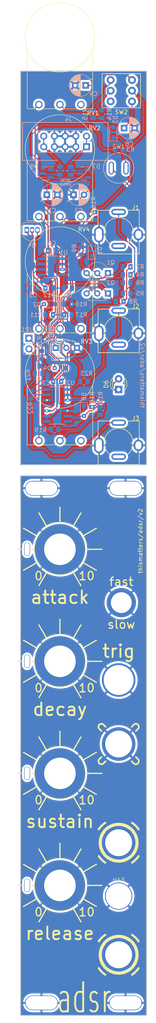
<source format=kicad_pcb>
(kicad_pcb (version 20221018) (generator pcbnew)
  (layers (0 "F.Cu" signal) (31 "B.Cu" signal) (34 "B.Paste" user) (35 "F.Paste" user) (36 "B.SilkS" user "B.Silkscreen") (37 "F.SilkS" user "F.Silkscreen") (38 "B.Mask" user) (39 "F.Mask" user) (44 "Edge.Cuts" user))
  (net 0 "")
  (net 1 "+12V")
  (net 2 "GND")
  (net 3 "-12V")
  (net 4 "Net-(D2-K)")
  (net 5 "Net-(Q3-B)")
  (net 6 "Net-(SW2B-C)")
  (net 7 "Net-(U1-CV)")
  (net 8 "Net-(SW2B-A)")
  (net 9 "Net-(D1-K)")
  (net 10 "Net-(D2-A)")
  (net 11 "Net-(D3-K)")
  (net 12 "Net-(D3-A)")
  (net 13 "Net-(D4-K)")
  (net 14 "Net-(D4-A)")
  (net 15 "Net-(D5-K)")
  (net 16 "Net-(D5-A)")
  (net 17 "Net-(D7-COM)")
  (net 18 "Net-(D8-COM)")
  (net 19 "/FACE")
  (net 20 "Net-(J1-PadT)")
  (net 22 "/OUT")
  (net 24 "/INV")
  (net 26 "Net-(JP1-A)")
  (net 27 "Net-(JP1-B)")
  (net 28 "Net-(Q1-C)")
  (net 29 "Net-(Q1-E)")
  (net 30 "Net-(Q3-C)")
  (net 31 "Net-(Q4-G)")
  (net 32 "Net-(Q4-S)")
  (net 33 "Net-(R3-Pad1)")
  (net 34 "Net-(R4-Pad1)")
  (net 35 "/RELEASE")
  (net 36 "Net-(SW2A-B)")
  (net 37 "/ATTACK")
  (net 38 "/DECAY")
  (net 39 "Net-(R17-Pad2)")
  (net 40 "Net-(U1-THR)")
  (net 41 "Net-(R21-Pad1)")
  (net 42 "Net-(U1-Q)")
  (net 46 "/SUSTAIN")
  (net 48 "Net-(Q4-D)")
  (net 49 "Net-(J4-Pin_1)")
  (net 50 "Net-(J4-Pin_10)")
  (footprint "Eurorack:Mech-MountingHole" (layer "F.Cu") (at 28.1 255.04)
    (fp_text reference "H4")
    (fp_text value "MountingHole")
  )
  (footprint "Eurorack:Mech-AudioJack-Hole-Output-CV" (layer "F.Cu") (at 46.455 243.59)
    (fp_text reference "H12")
    (fp_text value "inv" hide)
  )
  (footprint "Eurorack:Mech-Potentiometer-Hole_level" (layer "F.Cu") (at 32.485 227.08)
    (fp_text reference "H8")
    (fp_text value "release")
  )
  (footprint "Eurorack:Mech-MountingHole" (layer "F.Cu") (at 48.1 255.04)
    (fp_text reference "H3")
    (fp_text value "MountingHole")
  )
  (footprint "Eurorack:Potentiometer_RV16AF-41-15R1" (layer "F.Cu") (at 32.485 105.22)
    (fp_text reference "RV3")
    (fp_text value "A1M")
  )
  (footprint "Eurorack:PushButton_Tayda_A-5051" (layer "F.Cu") (at 46.455 56.325)
    (fp_text reference "SW1")
    (fp_text value "SW_Push")
  )
  (footprint "Eurorack:Mech-AudioJack-Hole-Output-CV" (layer "F.Cu") (at 46.455 216.92)
    (fp_text reference "H11")
    (fp_text value "out" hide)
  )
  (footprint "Eurorack:Mech-LED-Hole-3mm-Bezel" (layer "F.Cu") (at 46.455 229.62)
    (fp_text reference "H13")
    (fp_text value "led")
  )
  (footprint "Eurorack:Mech-2M_Switch-Hole" (layer "F.Cu") (at 47.09 159.77)
    (fp_text reference "H14" hide)
    (fp_text value "speed")
  )
  (footprint "Eurorack:Switch_DPDT_Tayda_A-5752" (layer "F.Cu") (at 47.09 37.91 180)
    (fp_text reference "SW2")
    (fp_text value "SW_DPDT_x2")
  )
  (footprint "Eurorack:Mech-Potentiometer-Hole_level" (layer "F.Cu") (at 32.485 147.07)
    (fp_text reference "H5")
    (fp_text value "attack")
  )
  (footprint "Eurorack:Mech-Potentiometer-Hole_level" (layer "F.Cu") (at 32.485 200.41)
    (fp_text reference "H7")
    (fp_text value "sustain")
  )
  (footprint "Eurorack:Potentiometer_RV16AF-41-15R1" (layer "F.Cu") (at 32.485 25.21)
    (fp_text reference "RV1")
    (fp_text value "A1M")
  )
  (footprint "Eurorack:Mech-MountingHole" (layer "F.Cu") (at 48.1 132.54)
    (fp_text reference "H1")
    (fp_text value "MountingHole")
  )
  (footprint "Eurorack:Mech-MountingHole" (layer "F.Cu") (at 28.1 132.54)
    (fp_text reference "H2")
    (fp_text value "MountingHole")
  )
  (footprint "Eurorack:Mech-PushButton-Hole_Tayda_A-5051" (layer "F.Cu") (at 46.455 178.185)
    (fp_text reference "H10")
    (fp_text value "trig")
  )
  (footprint "Eurorack:AudioJack2_Tayda_A-2566" (layer "F.Cu") (at 46.455 95.06)
    (fp_text reference "J2")
    (fp_text value "AudioJack2_SwitchT")
  )
  (footprint "LED_THT:LED_D3.0mm" (layer "F.Cu") (at 46.455 109.035 90)
    (fp_text reference "D6")
    (fp_text value "LED")
  )
  (footprint "Eurorack:Mech-Potentiometer-Hole_level" (layer "F.Cu") (at 32.485 173.74)
    (fp_text reference "H6")
    (fp_text value "decay")
  )
  (footprint "Eurorack:Mech-AudioJack-Hole-Input-Gate" (layer "F.Cu") (at 46.455 193.425)
    (fp_text reference "H9")
    (fp_text value "gate" hide)
  )
  (footprint "Eurorack:Potentiometer_RV16AF-41-15R1" (layer "F.Cu") (at 32.485 78.55)
    (fp_text reference "RV4")
    (fp_text value "B10K")
  )
  (footprint "Eurorack:Potentiometer_RV16AF-41-15R1" (layer "F.Cu") (at 32.485 51.88)
    (fp_text reference "RV2")
    (fp_text value "A1M")
  )
  (footprint "Eurorack:AudioJack2_Tayda_A-2566" (layer "F.Cu") (at 46.455 121.73)
    (fp_text reference "J3")
    (fp_text value "AudioJack2_SwitchT")
  )
  (footprint "Eurorack:AudioJack2_Tayda_A-2566" (layer "F.Cu") (at 46.455 71.565)
    (fp_text reference "J1")
    (fp_text value "AudioJack2_SwitchT")
  )
  (footprint "Resistor_SMD:R_0805_2012Metric" (layer "B.Cu") (at 48.36 81.725 180)
    (fp_text reference "R4")
    (fp_text value "47K")
  )
  (footprint "Capacitor_THT:CP_Radial_D5.0mm_P2.50mm" (layer "B.Cu") (at 47.752 46.8)
    (fp_text reference "C8")
    (fp_text value "1u 50V Tant")
  )
  (footprint "Diode_SMD:D_SOD-323_HandSoldering" (layer "B.Cu") (at 40.105 76.01 90)
    (fp_text reference "D1")
    (fp_text value "1N4148")
  )
  (footprint "Capacitor_SMD:C_0805_2012Metric" (layer "B.Cu") (at 31.85 107.125 180)
    (fp_text reference "C7")
    (fp_text value "100n")
  )
  (footprint "Resistor_SMD:R_0805_2012Metric" (layer "B.Cu") (at 46.455 51.88 180)
    (fp_text reference "R3")
    (fp_text value "10K")
  )
  (footprint "Resistor_SMD:R_0805_2012Metric" (layer "B.Cu") (at 46.709 88.075 180)
    (fp_text reference "R8")
    (fp_text value "22K")
  )
  (footprint "Resistor_SMD:R_0805_2012Metric" (layer "B.Cu") (at 42.391 43.498 -90)
    (fp_text reference "R14")
    (fp_text value "120")
  )
  (footprint "Eurorack:PinHeader_2x05_P2.54mm_Vertical" (layer "B.Cu") (at 38.7969 51.2577 90)
    (fp_text reference "J4")
    (fp_text value "Conn_02x05_Odd_Even")
  )
  (footprint "Resistor_SMD:R_0805_2012Metric" (layer "B.Cu") (at 38.2 107.125 180)
    (fp_text reference "R23")
    (fp_text value "1K")
  )
  (footprint "Package_TO_SOT_THT:TO-92L_Inline_Wide" (layer "B.Cu") (at 31.469 99.124)
    (fp_text reference "Q3")
    (fp_text value "BC547")
  )
  (footprint "Diode_SMD:D_SOD-323_HandSoldering" (layer "B.Cu") (at 38.2 114.11 -90)
    (fp_text reference "D5")
    (fp_text value "1N4148")
  )
  (footprint "Package_SO:SOIC-14_3.9x8.7mm_P1.27mm" (layer "B.Cu") (at 31.85 112.84 180)
    (fp_text reference "U2")
    (fp_text value "TL074")
  )
  (footprint "Resistor_SMD:R_0805_2012Metric" (layer "B.Cu") (at 35.025 56.96 90)
    (fp_text reference "R1")
    (fp_text value "10")
  )
  (footprint "Resistor_SMD:R_0805_2012Metric" (layer "B.Cu") (at 25.5 110.3 90)
    (fp_text reference "R22")
    (fp_text value "1K")
  )
  (footprint "Capacitor_THT:CP_Radial_D5.0mm_P2.50mm" (layer "B.Cu") (at 38.608 36.64 180)
    (fp_text reference "C4")
    (fp_text value "10u 35V Tant")
  )
  (footprint "Package_TO_SOT_THT:TO-92L_Inline_Wide" (layer "B.Cu") (at 43.915 86.17 180)
    (fp_text reference "Q2")
    (fp_text value "BC547")
  )
  (footprint "Connector_PinHeader_2.54mm:PinHeader_1x02_P2.54mm_Vertical" (layer "B.Cu") (at 25.119 96.838 180)
    (fp_text reference "JP1")
    (fp_text value "Jumper_2_Bridged")
  )
  (footprint "Resistor_SMD:R_0805_2012Metric" (layer "B.Cu") (at 27.405 105.22 180)
    (fp_text reference "R21")
    (fp_text value "100K")
  )
  (footprint "Diode_SMD:D_SOD-323_HandSoldering" (layer "B.Cu") (at 32.485 103.95 180)
    (fp_text reference "D4")
    (fp_text value "1N4148")
  )
  (footprint "Capacitor_SMD:C_0805_2012Metric" (layer "B.Cu") (at 34.39 84.9)
    (fp_text reference "C3")
    (fp_text value "10n")
  )
  (footprint "Resistor_SMD:R_0805_2012Metric" (layer "B.Cu") (at 48.36 83.63)
    (fp_text reference "R6")
    (fp_text value "1M")
  )
  (footprint "Resistor_SMD:R_0805_2012Metric" (layer "B.Cu") (at 40.359 43.498 90)
    (fp_text reference "R15")
    (fp_text value "680")
  )
  (footprint "Diode_SMD:D_SOD-323_HandSoldering" (layer "B.Cu") (at 29.945 88.71 180)
    (fp_text reference "D2")
    (fp_text value "1N4148")
  )
  (footprint "Resistor_SMD:R_0805_2012Metric" (layer "B.Cu") (at 29.945 91.25 180)
    (fp_text reference "R11")
    (fp_text value "22K")
  )
  (footprint "Resistor_SMD:R_0805_2012Metric" (layer "B.Cu") (at 29.945 84.9)
    (fp_text reference "R12")
    (fp_text value "1M")
  )
  (footprint "Capacitor_SMD:C_0805_2012Metric" (layer "B.Cu") (at 26.135 84.9)
    (fp_text reference "C5")
    (fp_text value "10n")
  )
  (footprint "Capacitor_THT:CP_Radial_D5.0mm_P2.50mm" (layer "B.Cu") (at 29.374888 62.675)
    (fp_text reference "C1")
    (fp_text value "22u 50V")
  )
  (footprint "Resistor_SMD:R_0805_2012Metric" (layer "B.Cu") (at 48.36 86.17 180)
    (fp_text reference "R5")
    (fp_text value "1.2M")
  )
  (footprint "Resistor_SMD:R_0805_2012Metric" (layer "B.Cu") (at 34.39 91.25)
    (fp_text reference "R17")
    (fp_text value "4.7K")
  )
  (footprint "Resistor_SMD:R_0805_2012Metric" (layer "B.Cu") (at 42.01 114.11 -90)
    (fp_text reference "R13")
    (fp_text value "100")
  )
  (footprint "Package_TO_SOT_SMD:SOT-23" (layer "B.Cu") (at 38.2 57.595 180)
    (fp_text reference "D7")
    (fp_text value "BAT54S")
  )
  (footprint "Package_TO_SOT_THT:TO-92_Inline" (layer "B.Cu") (at 24.611 71.078)
    (fp_text reference "Q4")
    (fp_text value "BS170")
  )
  (footprint "Diode_SMD:D_SOD-323_HandSoldering" (layer "B.Cu") (at 45.185 47.816 90)
    (fp_text reference "D3")
    (fp_text value "1N4148")
  )
  (footprint "Package_SO:SOIC-8_3.9x4.9mm_P1.27mm" (layer "B.Cu") (at 30.58 79.82 180)
    (fp_text reference "U1")
    (fp_text value "ICM7555xB")
  )
  (footprint "Resistor_SMD:R_0805_2012Metric" (layer "B.Cu") (at 32.485 56.96 -90)
    (fp_text reference "R2")
    (fp_text value "10")
  )
  (footprint "Capacitor_SMD:C_0805_2012Metric" (layer "B.Cu") (at 30.58 76.01)
    (fp_text reference "C6")
    (fp_text value "100n")
  )
  (footprint "Resistor_SMD:R_0805_2012Metric" (layer "B.Cu") (at 37.565 76.01 -90)
    (fp_text reference "R9")
    (fp_text value "10")
  )
  (footprint "Resistor_SMD:R_0805_2012Metric" (layer "B.Cu") (at 31.215 118.555 180)
    (fp_text reference "R19")
    (fp_text value "100K")
  )
  (footprint "Capacitor_THT:CP_Radial_D5.0mm_P2.50mm" (layer "B.Cu") (at 35.724887 62.675)
    (fp_text reference "C2")
    (fp_text value "22u 50V")
  )
  (footprint "Resistor_SMD:R_0805_2012Metric" (layer "B.Cu") (at 28.04 100.775 -90)
    (fp_text reference "R20")
    (fp_text value "150K")
  )
  (footprint "Resistor_SMD:R_0805_2012Metric" (layer "B.Cu") (at 48.36 79.82 180)
    (fp_text reference "R7")
    (fp_text value "22K")
  )
  (footprint "Resistor_SMD:R_0805_2012Metric" (layer "B.Cu") (at 34.39 88.71)
    (fp_text reference "R10")
    (fp_text value "22K")
  )
  (footprint "Resistor_SMD:R_0805_2012Metric" (layer "B.Cu") (at 40.74 67.755 -90)
    (fp_text reference "R16")
    (fp_text value "100")
  )
  (footprint "Package_TO_SOT_SMD:SOT-23" (layer "B.Cu") (at 29.31 57.595 180)
    (fp_text reference "D8")
    (fp_text value "BAT54S")
  )
  (footprint "Package_TO_SOT_THT:TO-92L_Inline_Wide" (layer "B.Cu") (at 43.915 81.344 180)
    (fp_text reference "Q1")
    (fp_text value "BC547")
  )
  (footprint "Resistor_SMD:R_0805_2012Metric" (layer "B.Cu") (at 40.105 114.11 -90)
    (fp_text reference "R18")
    (fp_text value "1K")
  )
  (gr_rect (start 23.1 33.21) (end 53.1 127) (stroke (width 0.2)) (fill none) (layer "Edge.Cuts"))
  (gr_rect locked (start 23.1 129.54) (end 53.1 258.04) (stroke (width 0.2)) (fill none) (layer "Edge.Cuts"))
  (gr_text "thismatters/adsr/v2" (at 51.535 113.475 270) (layer "B.SilkS") (effects (font (size 1 1)) (justify left bottom mirror)))
  (gr_text locked "adsr" (at 38.21 257.96) (layer "F.SilkS") (effects (font (size 7 4) (thickness 0.45)) (justify bottom)))
  (gr_text "thismatters/adsr/v2" (at 52.21 152.908 90) (layer "F.SilkS") (effects (font (size 1 1)) (justify left bottom)))
  (gr_text "slow" (at 47.09 166.12) (layer "F.SilkS") (effects (font (size 2 2) (thickness 0.3) bold) (justify bottom)))
  (gr_text "fast" (at 47.09 155.96) (layer "F.SilkS") (effects (font (size 2 2) (thickness 0.3) bold) (justify bottom)))
  (segment (start 48.36 87.44) (end 48.36 80.7325) (width 0.25) (layer "F.Cu") (net 1))
  (segment (start 47.6215 88.075) (end 47.725 88.075) (width 0.25) (layer "F.Cu") (net 1))
  (segment (start 47.725 88.075) (end 48.36 87.44) (width 0.25) (layer "F.Cu") (net 1))
  (segment (start 33.2025 93.535088) (end 33.8325 94.165088) (width 0.25) (layer "F.Cu") (net 1))
  (segment (start 29.905 81.4525) (end 31.4025 82.95) (width 0.25) (layer "F.Cu") (net 1))
  (segment (start 33.4775 91.25) (end 33.2025 91.525) (width 0.25) (layer "F.Cu") (net 1))
  (segment (start 48.36 80.7325) (end 49.2725 79.82) (width 0.25) (layer "F.Cu") (net 1))
  (segment (start 33.2025 91.525) (end 33.2025 93.535088) (width 0.25) (layer "F.Cu") (net 1))
  (segment (start 32.8 107.125) (end 33.8 106.125) (width 0.25) (layer "F.Cu") (net 1))
  (segment (start 33.8325 97.143824) (end 32.934 98.042324) (width 0.25) (layer "F.Cu") (net 1))
  (segment (start 33.8 106.125) (end 33.8 101.166) (width 0.25) (layer "F.Cu") (net 1))
  (segment (start 33.8325 94.165088) (end 33.8325 97.143824) (width 0.25) (layer "F.Cu") (net 1))
  (segment (start 33.8 101.166) (end 32.934 100.3) (width 0.25) (layer "F.Cu") (net 1))
  (segment (start 31.4025 90.705) (end 30.8575 91.25) (width 0.25) (layer "F.Cu") (net 1))
  (segment (start 29.63 76.01) (end 29.905 76.285) (width 0.25) (layer "F.Cu") (net 1))
  (segment (start 32.934 98.042324) (end 32.934 100.3) (width 0.25) (layer "F.Cu") (net 1))
  (segment (start 31.4025 82.95) (end 31.4025 90.705) (width 0.25) (layer "F.Cu") (net 1))
  (segment (start 29.905 76.285) (end 29.905 81.4525) (width 0.25) (layer "F.Cu") (net 1))
  (via (at 30.8575 91.25) (size 0.8) (drill 0.4) (layers "F.Cu" "B.Cu") (net 1))
  (via (at 33.4775 91.25) (size 0.8) (drill 0.4) (layers "F.Cu" "B.Cu") (net 1))
  (via (at 32.8 107.125) (size 0.8) (drill 0.4) (layers "F.Cu" "B.Cu") (net 1))
  (via (at 29.63 76.01) (size 0.8) (drill 0.4) (layers "F.Cu" "B.Cu") (net 1))
  (via (at 49.2725 79.82) (size 0.8) (drill 0.4) (layers "F.Cu" "B.Cu") (net 1))
  (via (at 47.6215 88.075) (size 0.8) (drill 0.4) (layers "F.Cu" "B.Cu") (net 1))
  (segment (start 31.666792 98.049) (end 29.945 96.327208) (width 0.25) (layer "B.Cu") (net 1))
  (segment (start 29.945 93.120706) (end 30.8575 92.208206) (width 0.25) (layer "B.Cu") (net 1))
  (segment (start 30.4125 58.71) (end 38.9725 58.71) (width 0.25) (layer "B.Cu") (net 1))
  (segment (start 46.5115 89.185) (end 41.662 89.185) (width 0.25) (layer "B.Cu") (net 1))
  (segment (start 27.909092 58.545) (end 27.31 57.945908) (width 0.25) (layer "B.Cu") (net 1))
  (segment (start 41.662 89.185) (end 38.835 92.012) (width 0.25) (layer "B.Cu") (net 1))
  (segment (start 32.544 98.049) (end 31.666792 98.049) (width 0.25) (layer "B.Cu") (net 1))
  (segment (start 41.883 48.2205) (end 41.883 50.864) (width 0.25) (layer "B.Cu") (net 1))
  (segment (start 33.501 101.156) (end 32.544 100.199) (width 0.25) (layer "B.Cu") (net 1))
  (segment (start 25.881 48.324) (end 28.098 46.107) (width 0.25) (layer "B.Cu") (net 1))
  (segment (start 32.81 112.84) (end 34.325 112.84) (width 0.25) (layer "B.Cu") (net 1))
  (segment (start 29.374888 59.417612) (end 29.374888 62.675) (width 0.25) (layer "B.Cu") (net 1))
  (segment (start 29.63 76.01) (end 28.105 77.535) (width 0.25) (layer "B.Cu") (net 1))
  (segment (start 38.835 92.012) (end 38.835 100.14) (width 0.25) (layer "B.Cu") (net 1))
  (segment (start 32.8 107.125) (end 32.175 107.75) (width 0.25) (layer "B.Cu") (net 1))
  (segment (start 47.6215 88.075) (end 46.5115 89.185) (width 0.25) (layer "B.Cu") (net 1))
  (segment (start 28.105 77.535) (end 28.105 77.915) (width 0.25) (layer "B.Cu") (net 1))
  (segment (start 38.9725 58.71) (end 39.1375 58.545) (width 0.25) (layer "B.Cu") (net 1))
  (segment (start 25.881 52.991) (end 25.881 48.324) (width 0.25) (layer "B.Cu") (net 1))
  (segment (start 29.63 76.01) (end 29.63 62.930112) (width 0.25) (layer "B.Cu") (net 1))
  (segment (start 37.819 101.156) (end 33.501 101.156) (width 0.25) (layer "B.Cu") (net 1))
  (segment (start 32.175 112.205) (end 32.81 112.84) (width 0.25) (layer "B.Cu") (net 1))
  (segment (start 30.8575 92.208206) (end 30.8575 91.25) (width 0.25) (layer "B.Cu") (net 1))
  (segment (start 28.098 46.107) (end 39.7695 46.107) (width 0.25) (layer "B.Cu") (net 1))
  (segment (start 30.2475 58.545) (end 29.374888 59.417612) (width 0.25) (layer "B.Cu") (net 1))
  (segment (start 30.2475 58.545) (end 27.909092 58.545) (width 0.25) (layer "B.Cu") (net 1))
  (segment (start 41.883 50.864) (end 42.899 51.88) (width 0.25) (layer "B.Cu") (net 1))
  (segment (start 32.175 107.75) (end 32.175 112.205) (width 0.25) (layer "B.Cu") (net 1))
  (segment (start 30.2475 58.545) (end 30.4125 58.71) (width 0.25) (layer "B.Cu") (net 1))
  (segment (start 27.31 57.945908) (end 27.31 54.42) (width 0.25) (layer "B.Cu") (net 1))
  (segment (start 39.7695 46.107) (end 41.883 48.2205) (width 0.25) (layer "B.Cu") (net 1))
  (segment (start 29.945 96.327208) (end 29.945 93.120706) (width 0.25) (layer "B.Cu") (net 1))
  (segment (start 27.31 54.42) (end 25.881 52.991) (width 0.25) (layer "B.Cu") (net 1))
  (segment (start 38.835 100.14) (end 37.819 101.156) (width 0.25) (layer "B.Cu") (net 1))
  (segment (start 42.899 51.88) (end 45.5425 51.88) (width 0.25) (layer "B.Cu") (net 1))
  (segment (start 30.8575 91.25) (end 33.4775 91.25) (width 0.25) (layer "B.Cu") (net 1))
  (segment (start 32.544 100.199) (end 32.544 98.049) (width 0.25) (layer "B.Cu") (net 1))
  (segment (start 29.63 62.930112) (end 29.374888 62.675) (width 0.25) (layer "B.Cu") (net 1))
  (segment (start 33.7169 60.832988) (end 31.874888 62.675) (width 0.25) (layer "F.Cu") (net 2))
  (segment (start 29.375 107.624695) (end 29.375 111.57) (width 0.25) (layer "F.Cu") (net 2))
  (segment (start 33.7169 60.832988) (end 33.882875 60.832988) (width 0.25) (layer "F.Cu") (net 2))
  (segment (start 32.3025 92.363692) (end 30.81 93.856192) (width 0.25) (layer "F.Cu") (net 2))
  (segment (start 29.494 97.668604) (end 29.494 100.594) (width 0.25) (layer "F.Cu") (net 2))
  (segment (start 41.755 95.66) (end 41.755 95.1625) (width 0.25) (layer "F.Cu") (net 2))
  (segment (start 33.7169 48.7177) (end 33.7169 60.832988) (width 0.25) (layer "F.Cu") (net 2))
  (segment (start 31.074889 63.474999) (end 31.074889 65) (width 0.25) (layer "F.Cu") (net 2))
  (segment (start 28.892 116.105) (end 32.268 116.105) (width 0.25) (layer "F.Cu") (net 2))
  (segment (start 30.81 96.352604) (end 29.494 97.668604) (width 0.25) (layer "F.Cu") (net 2))
  (segment (start 29.375 111.57) (end 28.65 112.295) (width 0.25) (layer "F.Cu") (net 2))
  (segment (start 34.1 76.1) (end 34.1 79.9) (width 0.25) (layer "F.Cu") (net 2))
  (segment (start 32.268 116.105) (end 34.263 114.11) (width 0.25) (layer "F.Cu") (net 2))
  (segment (start 31.874888 62.675) (end 31.074889 63.474999) (width 0.25) (layer "F.Cu") (net 2))
  (segment (start 29.494 100.594) (end 32.4 103.5) (width 0.25) (layer "F.Cu") (net 2))
  (segment (start 41.755 95.1625) (end 35.3025 88.71) (width 0.25) (layer "F.Cu") (net 2))
  (segment (start 28.65 112.295) (end 28.65 115.863) (width 0.25) (layer "F.Cu") (net 2))
  (segment (start 30.81 93.856192) (end 30.81 96.352604) (width 0.25) (layer "F.Cu") (net 2))
  (segment (start 32.4 104.6) (end 31.900153 105.099847) (width 0.25) (layer "F.Cu") (net 2))
  (segment (start 34.1 79.9) (end 34.1 84.7) (width 0.25) (layer "F.Cu") (net 2))
  (segment (start 31.900153 105.099847) (end 31.899847 105.099847) (width 0.25) (layer "F.Cu") (net 2))
  (segment (start 31.074889 65) (end 31.074889 73.074889) (width 0.25) (layer "F.Cu") (net 2))
  (segment (start 34.1 84.7) (end 32.3025 86.4975) (width 0.25) (layer "F.Cu") (net 2))
  (segment (start 28.65 115.863) (end 28.892 116.105) (width 0.25) (layer "F.Cu") (net 2))
  (segment (start 32.3025 86.4975) (end 32.3025 92.363692) (width 0.25) (layer "F.Cu") (net 2))
  (segment (start 33.882875 60.832988) (end 35.724887 62.675) (width 0.25) (layer "F.Cu") (net 2))
  (segment (start 31.899847 105.099847) (end 29.375 107.624695) (width 0.25) (layer "F.Cu") (net 2))
  (segment (start 32.4 103.5) (end 32.4 104.6) (width 0.25) (layer "F.Cu") (net 2))
  (segment (start 31.074889 73.074889) (end 34.1 76.1) (width 0.25) (layer "F.Cu") (net 2))
  (via (at 35.3025 88.71) (size 0.8) (drill 0.4) (layers "F.Cu" "B.Cu") (net 2))
  (via (at 34.263 114.11) (size 0.8) (drill 0.4) (layers "F.Cu" "B.Cu") (net 2))
  (via (at 29.375 111.57) (size 0.8) (drill 0.4) (layers "F.Cu" "B.Cu") (net 2))
  (segment (start 36.49528 99.585) (end 37.125 98.95528) (width 0.25) (layer "B.Cu") (net 2))
  (segment (start 29.155 104.3351) (end 27.015 102.1951) (width 0.25) (layer "B.Cu") (net 2))
  (segment (start 31.53 76.01) (end 33.055 77.535) (width 0.25) (layer "B.Cu") (net 2))
  (segment (start 27.015 102.1951) (end 27.015 101.1799) (width 0.25) (layer "B.Cu") (net 2))
  (segment (start 30.675 111.348) (end 30.675 108.49) (width 0.25) (layer "B.Cu") (net 2))
  (segment (start 36.2569 51.2577) (end 31.1769 51.2577) (width 0.25) (layer "B.Cu") (net 2))
  (segment (start 30.675 108.49) (end 29.155 106.97) (width 0.25) (layer "B.Cu") (net 2))
  (segment (start 30.453 111.57) (end 30.675 111.348) (width 0.25) (layer "B.Cu") (net 2))
  (segment (start 29.375 111.57) (end 30.453 111.57) (width 0.25) (layer "B.Cu") (net 2))
  (segment (start 51.155 122.33) (end 41.755 122.33) (width 0.25) (layer "B.Cu") (net 2))
  (segment (start 30.199 101.918) (end 30.707 101.918) (width 0.25) (layer "B.Cu") (net 2))
  (segment (start 34.325 114.11) (end 34.263 114.11) (width 0.25) (layer "B.Cu") (net 2))
  (segment (start 27.3449 100.85) (end 29.131 100.85) (width 0.25) (layer "B.Cu") (net 2))
  (segment (start 33.055 77.535) (end 33.055 77.915) (width 0.25) (layer "B.Cu") (net 2))
  (segment (start 31.1769 48.7177) (end 36.2569 48.7177) (width 0.25) (layer "B.Cu") (net 2))
  (segment (start 29.131 100.85) (end 30.199 101.918) (width 0.25) (layer "B.Cu") (net 2))
  (segment (start 29.155 106.97) (end 29.155 104.3351) (width 0.25) (layer "B.Cu") (net 2))
  (segment (start 27.015 101.1799) (end 27.3449 100.85) (width 0.25) (layer "B.Cu") (net 2))
  (segment (start 38.224887 62.675) (end 35.025 65.874887) (width 0.25) (layer "F.Cu") (net 3))
  (segment (start 32.9 105.013604) (end 30.9 107.013604) (width 0.25) (layer "F.Cu") (net 3))
  (segment (start 32.7525 87.44) (end 32.7525 92.550088) (width 0.25) (layer "F.Cu") (net 3))
  (segment (start 35.025 75.7425) (end 35.025 85.1675) (width 0.25) (layer "F.Cu") (net 3))
  (segment (start 32.7525 73.47) (end 35.025 75.7425) (width 0.25) (layer "F.Cu") (net 3))
  (segment (start 32.9 103.341396) (end 32.9 105.013604) (width 0.25) (layer "F.Cu") (net 3))
  (segment (start 29.944 100.385396) (end 32.9 103.341396) (width 0.25) (layer "F.Cu") (net 3))
  (segment (start 35.025 65.874887) (end 35.025 67.12) (width 0.25) (layer "F.Cu") (net 3))
  (segment (start 32.7525 92.550088) (end 31.26 94.042588) (width 0.25) (layer "F.Cu") (net 3))
  (segment (start 31.26 96.539) (end 29.944 97.855) (width 0.25) (layer "F.Cu") (net 3))
  (segment (start 30.9 107.013604) (end 30.9 107.125) (width 0.25) (layer "F.Cu") (net 3))
  (segment (start 32.7525 69.3925) (end 32.7525 73.47) (width 0.25) (layer "F.Cu") (net 3))
  (segment (start 35.025 67.12) (end 32.7525 69.3925) (width 0.25) (layer "F.Cu") (net 3))
  (segment (start 31.26 94.042588) (end 31.26 96.539) (width 0.25) (layer "F.Cu") (net 3))
  (segment (start 29.944 97.855) (end 29.944 100.385396) (width 0.25) (layer "F.Cu") (net 3))
  (segment (start 35.025 85.1675) (end 32.7525 87.44) (width 0.25) (layer "F.Cu") (net 3))
  (via (at 30.9 107.125) (size 0.8) (drill 0.4) (layers "F.Cu" "B.Cu") (net 3))
  (segment (start 38.8375 56.945) (end 30.547499 56.944999) (width 0.25) (layer "B.Cu") (net 3))
  (segment (start 30.547499 56.944999) (end 30.2475 56.645) (width 0.25) (layer "B.Cu") (net 3))
  (segment (start 28.04 102.299) (end 28.04 101.6875) (width 0.25) (layer "B.Cu") (net 3))
  (segment (start 29.375 112.84) (end 30.578604 112.84) (width 0.25) (layer "B.Cu") (net 3))
  (segment (start 30.9 107.893) (end 30.9 107.125) (width 0.25) (layer "B.Cu") (net 3))
  (segment (start 30.578604 112.84) (end 31.275 112.143604) (width 0.25) (layer "B.Cu") (net 3))
  (segment (start 31.275 108.268) (end 30.9 107.893) (width 0.25) (layer "B.Cu") (net 3))
  (segment (start 31.275 112.143604) (end 31.275 108.268) (width 0.25) (layer "B.Cu") (net 3))
  (segment (start 30.9 105.159) (end 28.04 102.299) (width 0.25) (layer "B.Cu") (net 3))
  (segment (start 40.2 60.699887) (end 38.224887 62.675) (width 0.25) (layer "B.Cu") (net 3))
  (segment (start 40.2 57.7075) (end 40.2 60.699887) (width 0.25) (layer "B.Cu") (net 3))
  (segment (start 39.1375 56.645) (end 40.2 57.7075) (width 0.25) (layer "B.Cu") (net 3))
  (segment (start 30.9 107.125) (end 30.9 105.159) (width 0.25) (layer "B.Cu") (net 3))
  (segment (start 39.1375 56.645) (end 38.8375 56.945) (width 0.25) (layer "B.Cu") (net 3))
  (segment (start 34.49 83.85) (end 41.605 83.85) (width 0.25) (layer "B.Cu") (net 4))
  (segment (start 41.605 83.85) (end 43.925 86.17) (width 0.25) (layer "B.Cu") (net 4))
  (segment (start 30.8575 84.9) (end 30.8575 88.3725) (width 0.25) (layer "B.Cu") (net 4))
  (segment (start 45.5425 88.075) (end 43.6375 86.17) (width 0.25) (layer "B.Cu") (net 4))
  (segment (start 33.44 84.9) (end 34.49 83.85) (width 0.25) (layer "B.Cu") (net 4))
  (segment (start 33.44 82.11) (end 33.055 81.725) (width 0.25) (layer "B.Cu") (net 4))
  (segment (start 30.8575 88.3725) (end 31.195 88.71) (width 0.25) (layer "B.Cu") (net 4))
  (segment (start 33.44 84.9) (end 33.44 82.11) (width 0.25) (layer "B.Cu") (net 4))
  (segment (start 33.44 84.9) (end 30.8575 84.9) (width 0.25) (layer "B.Cu") (net 4))
  (segment (start 34.009 98.877604) (end 34.009 99.124) (width 0.25) (layer "B.Cu") (net 5))
  (segment (start 32.730396 97.599) (end 34.009 98.877604) (width 0.25) (layer "B.Cu") (net 5))
  (segment (start 30.395 93.34) (end 30.395 96.140812) (width 0.25) (layer "B.Cu") (net 5))
  (segment (start 34.127 92.275) (end 31.46 92.275) (width 0.25) (layer "B.Cu") (net 5))
  (segment (start 30.395 96.140812) (end 31.853188 97.599) (width 0.25) (layer "B.Cu") (net 5))
  (segment (start 33.4775 88.71) (end 33.4775 86.7625) (width 0.25) (layer "B.Cu") (net 5))
  (segment (start 31.853188 97.599) (end 32.730396 97.599) (width 0.25) (layer "B.Cu") (net 5))
  (segment (start 33.4775 86.7625) (end 35.34 84.9) (width 0.25) (layer "B.Cu") (net 5))
  (segment (start 33.4775 88.71) (end 34.39 89.6225) (width 0.25) (layer "B.Cu") (net 5))
  (segment (start 34.39 92.012) (end 34.127 92.275) (width 0.25) (layer "B.Cu") (net 5))
  (segment (start 31.46 92.275) (end 30.395 93.34) (width 0.25) (layer "B.Cu") (net 5))
  (segment (start 34.39 89.6225) (end 34.39 92.012) (width 0.25) (layer "B.Cu") (net 5))
  (segment (start 48.355 34.095) (end 42.674888 34.095) (width 0.25) (layer "F.Cu") (net 6))
  (segment (start 49.63 35.37) (end 48.355 34.095) (width 0.25) (layer "F.Cu") (net 6))
  (segment (start 42.674888 34.095) (end 40.129888 36.64) (width 0.25) (layer "F.Cu") (net 6))
  (segment (start 40.129888 36.64) (end 38.605888 36.64) (width 0.25) (layer "F.Cu") (net 6))
  (segment (start 27.085 82.745) (end 27.085 84.9) (width 0.25) (layer "B.Cu") (net 7))
  (segment (start 28.105 81.725) (end 27.085 82.745) (width 0.25) (layer "B.Cu") (net 7))
  (segment (start 49.63 40.45) (end 49.63 44.870113) (width 0.25) (layer "B.Cu") (net 8))
  (segment (start 49.63 44.870113) (end 47.700113 46.8) (width 0.25) (layer "B.Cu") (net 8))
  (segment (start 40.74 81.09) (end 40.105 80.455) (width 0.25) (layer "B.Cu") (net 9))
  (segment (start 47.4475 81.725) (end 46.7535 82.419) (width 0.25) (layer "B.Cu") (net 9))
  (segment (start 40.105 80.455) (end 40.105 77.26) (width 0.25) (layer "B.Cu") (net 9))
  (segment (start 42.45 82.419) (end 41.375 81.344) (width 0.25) (layer "B.Cu") (net 9))
  (segment (start 46.7535 82.419) (end 42.45 82.419) (width 0.25) (layer "B.Cu") (net 9))
  (segment (start 47.4475 81.725) (end 47.4475 83.63) (width 0.25) (layer "B.Cu") (net 9))
  (segment (start 28.04 89.345) (end 28.04 93.372588) (width 0.25) (layer "F.Cu") (net 10))
  (segment (start 28.06 89.345) (end 28.04 89.345) (width 0.25) (layer "F.Cu") (net 10))
  (segment (start 28.71 94.042588) (end 28.71 95.057412) (width 0.25) (layer "F.Cu") (net 10))
  (segment (start 28.71 95.057412) (end 27.485 96.282412) (width 0.25) (layer "F.Cu") (net 10))
  (segment (start 28.04 93.372588) (end 28.71 94.042588) (width 0.25) (layer "F.Cu") (net 10))
  (segment (start 27.485 96.282412) (end 27.485 121.22) (width 0.25) (layer "F.Cu") (net 10))
  (segment (start 28.695 88.71) (end 28.06 89.345) (width 0.25) (layer "F.Cu") (net 10))
  (via (at 28.695 88.71) (size 0.8) (drill 0.4) (layers "F.Cu" "B.Cu") (net 10))
  (segment (start 35.475 78.656396) (end 35.475 85.353896) (width 0.25) (layer "F.Cu") (net 11))
  (segment (start 40.74 66.8425) (end 38.005 69.5775) (width 0.25) (layer "F.Cu") (net 11))
  (segment (start 33.2025 89.9025) (end 34.2825 90.9825) (width 0.25) (layer "F.Cu") (net 11))
  (segment (start 34.25 110.325) (end 34.325 110.4) (width 0.25) (layer "F.Cu") (net 11))
  (segment (start 38.005 69.5775) (end 38.005 76.126396) (width 0.25) (layer "F.Cu") (net 11))
  (segment (start 35.084 98.1) (end 35.084 99.56928) (width 0.25) (layer "F.Cu") (net 11))
  (segment (start 35.475 85.353896) (end 33.2025 87.626396) (width 0.25) (layer "F.Cu") (net 11))
  (segment (start 33.2025 87.626396) (end 33.2025 89.9025) (width 0.25) (layer "F.Cu") (net 11))
  (segment (start 34.325 110.4) (end 34.325 111.57) (width 0.25) (layer "F.Cu") (net 11))
  (segment (start 34.2825 97.2985) (end 35.084 98.1) (width 0.25) (layer "F.Cu") (net 11))
  (segment (start 38.005 76.126396) (end 35.475 78.656396) (width 0.25) (layer "F.Cu") (net 11))
  (segment (start 35.084 99.56928) (end 34.25 100.40328) (width 0.25) (layer "F.Cu") (net 11))
  (segment (start 34.2825 90.9825) (end 34.2825 97.2985) (width 0.25) (layer "F.Cu") (net 11))
  (segment (start 34.25 100.40328) (end 34.25 110.325) (width 0.25) (layer "F.Cu") (net 11))
  (via (at 40.74 66.8425) (size 0.8) (drill 0.4) (layers "F.Cu" "B.Cu") (net 11))
  (via (at 34.325 111.57) (size 0.8) (drill 0.4) (layers "F.Cu" "B.Cu") (net 11))
  (segment (start 40.3825 111.57) (end 34.325 111.57) (width 0.25) (layer "B.Cu") (net 11))
  (segment (start 49.18 59.295) (end 42.645 65.83) (width 0.25) (layer "B.Cu") (net 11))
  (segment (start 48.205 50.582) (end 46.689 49.066) (width 0.25) (layer "B.Cu") (net 11))
  (segment (start 49.18 55.021142) (end 49.18 59.295) (width 0.25) (layer "B.Cu") (net 11))
  (segment (start 46.689 49.066) (end 45.185 49.066) (width 0.25) (layer "B.Cu") (net 11))
  (segment (start 42.645 65.83) (end 41.7525 65.83) (width 0.25) (layer "B.Cu") (net 11))
  (segment (start 48.205 52.416) (end 52.297 48.324) (width 0.25) (layer "B.Cu") (net 11))
  (segment (start 48.205 53.15) (end 48.205 54.046142) (width 0.25) (layer "B.Cu") (net 11))
  (segment (start 42.01 113.1975) (end 40.3825 111.57) (width 0.25) (layer "B.Cu") (net 11))
  (segment (start 48.205 52.416) (end 48.205 53.15) (width 0.25) (layer "B.Cu") (net 11))
  (segment (start 49.63 37.91) (end 52.297 40.577) (width 0.25) (layer "B.Cu") (net 11))
  (segment (start 52.297 40.577) (end 52.297 48.324) (width 0.25) (layer "B.Cu") (net 11))
  (segment (start 48.205 54.046142) (end 49.18 55.021142) (width 0.25) (layer "B.Cu") (net 11))
  (segment (start 48.205 53.15) (end 48.205 50.582) (width 0.25) (layer "B.Cu") (net 11))
  (segment (start 41.7525 65.83) (end 40.74 66.8425) (width 0.25) (layer "B.Cu") (net 11))
  (segment (start 44.5465 46.566) (end 45.185 46.566) (width 0.25) (layer "B.Cu") (net 12))
  (segment (start 42.391 44.4105) (end 44.5465 46.566) (width 0.25) (layer "B.Cu") (net 12))
  (segment (start 42.391 44.4105) (end 40.359 44.4105) (width 0.25) (layer "B.Cu") (net 12))
  (segment (start 30.349999 115.38) (end 29.375 115.38) (width 0.25) (layer "B.Cu") (net 13))
  (segment (start 29.375 116.65) (end 29.375 115.38) (width 0.25) (layer "B.Cu") (net 13))
  (segment (start 31.725 105.96) (end 31.725 114.004999) (width 0.25) (layer "B.Cu") (net 13))
  (segment (start 31.725 114.004999) (end 30.349999 115.38) (width 0.25) (layer "B.Cu") (net 13))
  (segment (start 33.735 103.95) (end 31.725 105.96) (width 0.25) (layer "B.Cu") (net 13))
  (segment (start 27.485 67.88) (end 29.749 70.144) (width 0.25) (layer "F.Cu") (net 14))
  (segment (start 31.235 102.971396) (end 31.235 103.95) (width 0.25) (layer "F.Cu") (net 14))
  (segment (start 31.8525 92.177296) (end 30.36 93.669796) (width 0.25) (layer "F.Cu") (net 14))
  (segment (start 31.8525 82.7) (end 31.8525 92.177296) (width 0.25) (layer "F.Cu") (net 14))
  (segment (start 30.355 75.709695) (end 30.355 81.2025) (width 0.25) (layer "F.Cu") (net 14))
  (segment (start 29.749 75.103695) (end 30.355 75.709695) (width 0.25) (layer "F.Cu") (net 14))
  (segment (start 29.044 97.482208) (end 29.044 100.780396) (width 0.25) (layer "F.Cu") (net 14))
  (segment (start 29.044 100.780396) (end 31.235 102.971396) (width 0.25) (layer "F.Cu") (net 14))
  (segment (start 30.36 93.669796) (end 30.36 96.166208) (width 0.25) (layer "F.Cu") (net 14))
  (segment (start 30.36 96.166208) (end 29.044 97.482208) (width 0.25) (layer "F.Cu") (net 14))
  (segment (start 30.355 81.2025) (end 31.8525 82.7) (width 0.25) (layer "F.Cu") (net 14))
  (segment (start 29.749 70.144) (end 29.749 75.103695) (width 0.25) (layer "F.Cu") (net 14))
  (via (at 31.235 103.95) (size 0.8) (drill 0.4) (layers "F.Cu" "B.Cu") (net 14))
  (segment (start 40.493909 113.1975) (end 45.1875 108.503909) (width 0.25) (layer "F.Cu") (net 15))
  (segment (start 45.1875 108.503909) (end 45.1875 107.7625) (width 0.25) (layer "F.Cu") (net 15))
  (segment (start 40.105 113.1975) (end 40.493909 113.1975) (width 0.25) (layer "F.Cu") (net 15))
  (segment (start 45.1875 107.7625) (end 46.455 106.495) (width 0.25) (layer "F.Cu") (net 15))
  (via (at 40.105 113.1975) (size 0.8) (drill 0.4) (layers "F.Cu" "B.Cu") (net 15))
  (segment (start 38.2 114.0399) (end 36.8599 115.38) (width 0.25) (layer "B.Cu") (net 15))
  (segment (start 38.2 112.86) (end 38.2 114.0399) (width 0.25) (layer "B.Cu") (net 15))
  (segment (start 38.2 112.86) (end 39.7675 112.86) (width 0.25) (layer "B.Cu") (net 15))
  (segment (start 39.7675 112.86) (end 40.105 113.1975) (width 0.25) (layer "B.Cu") (net 15))
  (segment (start 36.8599 115.38) (end 34.325 115.38) (width 0.25) (layer "B.Cu") (net 15))
  (segment (start 39.45 114.11) (end 40.217805 114.11) (width 0.25) (layer "F.Cu") (net 16))
  (segment (start 38.2 115.36) (end 39.45 114.11) (width 0.25) (layer "F.Cu") (net 16))
  (segment (start 40.217805 114.11) (end 45.292805 109.035) (width 0.25) (layer "F.Cu") (net 16))
  (segment (start 45.292805 109.035) (end 46.455 109.035) (width 0.25) (layer "F.Cu") (net 16))
  (via (at 38.2 115.36) (size 0.8) (drill 0.4) (layers "F.Cu" "B.Cu") (net 16))
  (segment (start 37.046296 115.83) (end 37.516296 115.36) (width 0.25) (layer "B.Cu") (net 16))
  (segment (start 34.325 116.65) (end 34.84 116.65) (width 0.25) (layer "B.Cu") (net 16))
  (segment (start 37.516296 115.36) (end 38.2 115.36) (width 0.25) (layer "B.Cu") (net 16))
  (segment (start 34.84 116.65) (end 35.66 115.83) (width 0.25) (layer "B.Cu") (net 16))
  (segment (start 35.66 115.83) (end 37.046296 115.83) (width 0.25) (layer "B.Cu") (net 16))
  (segment (start 37.2625 57.595) (end 35.3025 57.595) (width 0.25) (layer "B.Cu") (net 17))
  (segment (start 35.3025 57.595) (end 35.025 57.8725) (width 0.25) (layer "B.Cu") (net 17))
  (segment (start 28.65 57.8725) (end 28.3725 57.595) (width 0.25) (layer "B.Cu") (net 18))
  (segment (start 32.485 57.8725) (end 28.65 57.8725) (width 0.25) (layer "B.Cu") (net 18))
  (segment (start 49.2725 84.345) (end 47.4475 86.17) (width 0.25) (layer "B.Cu") (net 20))
  (segment (start 46.455 71.708324) (end 50.265 75.518324) (width 0.25) (layer "B.Cu") (net 20))
  (segment (start 49.2725 83.63) (end 49.2725 84.345) (width 0.25) (layer "B.Cu") (net 20))
  (segment (start 46.455 66.765) (end 46.455 71.708324) (width 0.25) (layer "B.Cu") (net 20))
  (segment (start 50.265 82.6375) (end 49.2725 83.63) (width 0.25) (layer "B.Cu") (net 20))
  (segment (start 50.265 75.518324) (end 50.265 82.6375) (width 0.25) (layer "B.Cu") (net 20))
  (segment (start 42.9225 99.37222) (end 46.455 95.83972) (width 0.25) (layer "B.Cu") (net 22))
  (segment (start 46.455 95.83972) (end 46.455 90.26) (width 0.25) (layer "B.Cu") (net 22))
  (segment (start 42.9225 103.315) (end 39.1125 107.125) (width 0.25) (layer "B.Cu") (net 22))
  (segment (start 42.9225 103.315) (end 42.9225 99.37222) (width 0.25) (layer "B.Cu") (net 22))
  (segment (start 25.5 122.365) (end 26.135 123) (width 0.25) (layer "B.Cu") (net 24))
  (segment (start 25.5 111.2125) (end 25.5 122.365) (width 0.25) (layer "B.Cu") (net 24))
  (segment (start 30.58 124.905) (end 33.755 124.905) (width 0.25) (layer "B.Cu") (net 24))
  (segment (start 35.66 123) (end 38.28439 123) (width 0.25) (layer "B.Cu") (net 24))
  (segment (start 38.28439 123) (end 44.35439 116.93) (width 0.25) (layer "B.Cu") (net 24))
  (segment (start 44.35439 116.93) (end 46.455 116.93) (width 0.25) (layer "B.Cu") (net 24))
  (segment (start 33.755 124.905) (end 35.66 123) (width 0.25) (layer "B.Cu") (net 24))
  (segment (start 28.675 123) (end 30.58 124.905) (width 0.25) (layer "B.Cu") (net 24))
  (segment (start 26.135 123) (end 28.675 123) (width 0.25) (layer "B.Cu") (net 24))
  (segment (start 25.38085 97.47585) (end 24.865 96.96) (width 0.25) (layer "B.Cu") (net 26))
  (segment (start 25.119 96.9415) (end 28.04 99.8625) (width 0.25) (layer "B.Cu") (net 26))
  (segment (start 25.119 96.838) (end 25.119 96.9415) (width 0.25) (layer "B.Cu") (net 26))
  (segment (start 24.8799 110.3) (end 24.475 109.8951) (width 0.25) (layer "B.Cu") (net 27))
  (segment (start 28.400001 110.3) (end 29.375 110.3) (width 0.25) (layer "B.Cu") (net 27))
  (segment (start 30.3025 118.555) (end 29.629092 118.555) (width 0.25) (layer "B.Cu") (net 27))
  (segment (start 25.119 99.378) (end 26.4925 100.7515) (width 0.25) (layer "B.Cu") (net 27))
  (segment (start 28.075 110.625001) (end 28.400001 110.3) (width 0.25) (layer "B.Cu") (net 27))
  (segment (start 24.475 109.8951) (end 24.475 108.785) (width 0.25) (layer "B.Cu") (net 27))
  (segment (start 29.629092 118.555) (end 28.075 117.000908) (width 0.25) (layer "B.Cu") (net 27))
  (segment (start 28.075 117.000908) (end 28.075 110.625001) (width 0.25) (layer "B.Cu") (net 27))
  (segment (start 29.375 110.3) (end 24.8799 110.3) (width 0.25) (layer "B.Cu") (net 27))
  (segment (start 26.4925 105.22) (end 26.4925 100.7515) (width 0.25) (layer "B.Cu") (net 27))
  (segment (start 24.475 108.785) (end 26.4925 106.7675) (width 0.25) (layer "B.Cu") (net 27))
  (segment (start 26.4925 106.7675) (end 26.4925 105.22) (width 0.25) (layer "B.Cu") (net 27))
  (segment (start 40.809 85.604) (end 41.375 86.17) (width 0.25) (layer "F.Cu") (net 28))
  (segment (start 41.375 82.614) (end 40.809 83.18) (width 0.25) (layer "F.Cu") (net 28))
  (segment (start 43.915 81.344) (end 42.645 82.614) (width 0.25) (layer "F.Cu") (net 28))
  (segment (start 42.645 82.614) (end 41.375 82.614) (width 0.25) (layer "F.Cu") (net 28))
  (segment (start 40.809 83.18) (end 40.809 85.604) (width 0.25) (layer "F.Cu") (net 28))
  (segment (start 47.4475 80.0975) (end 47.4475 79.82) (width 0.25) (layer "B.Cu") (net 28))
  (segment (start 43.905 81.715) (end 45.83 81.715) (width 0.25) (layer "B.Cu") (net 28))
  (segment (start 45.83 81.715) (end 47.4475 80.0975) (width 0.25) (layer "B.Cu") (net 28))
  (segment (start 40.359 84.646) (end 38.835 86.17) (width 0.25) (layer "F.Cu") (net 29))
  (segment (start 40.359 82.868) (end 40.359 84.646) (width 0.25) (layer "F.Cu") (net 29))
  (segment (start 38.835 81.344) (end 40.359 82.868) (width 0.25) (layer "F.Cu") (net 29))
  (segment (start 38.2 79.82) (end 38.2 81.09) (width 0.25) (layer "B.Cu") (net 29))
  (segment (start 37.565 79.185) (end 37.565 76.9225) (width 0.25) (layer "B.Cu") (net 29))
  (segment (start 37.565 79.185) (end 38.2 79.82) (width 0.25) (layer "B.Cu") (net 29))
  (segment (start 31.755 79.510001) (end 31.755 82.455) (width 0.25) (layer "B.Cu") (net 30))
  (segment (start 31.469 98.487604) (end 31.469 99.124) (width 0.25) (layer "B.Cu") (net 30))
  (segment (start 29.0325 91.25) (end 29.0325 92.47181) (width 0.25) (layer "B.Cu") (net 30))
  (segment (start 29.495 96.513604) (end 31.469 98.487604) (width 0.25) (layer "B.Cu") (net 30))
  (segment (start 33.055 79.185) (end 32.080001 79.185) (width 0.25) (layer "B.Cu") (net 30))
  (segment (start 31.755 82.455) (end 29.945 84.265) (width 0.25) (layer "B.Cu") (net 30))
  (segment (start 29.495 92.93431) (end 29.495 96.513604) (width 0.25) (layer "B.Cu") (net 30))
  (segment (start 29.945 89.345) (end 29.0325 90.2575) (width 0.25) (layer "B.Cu") (net 30))
  (segment (start 32.080001 79.185) (end 31.755 79.510001) (width 0.25) (layer "B.Cu") (net 30))
  (segment (start 29.945 84.265) (end 29.945 89.345) (width 0.25) (layer "B.Cu") (net 30))
  (segment (start 29.0325 90.2575) (end 29.0325 91.25) (width 0.25) (layer "B.Cu") (net 30))
  (segment (start 29.0325 92.47181) (end 29.495 92.93431) (width 0.25) (layer "B.Cu") (net 30))
  (segment (start 29.0325 84.9) (end 26.135 82.0025) (width 0.25) (layer "F.Cu") (net 31))
  (segment (start 26.135 82.0025) (end 26.135 72.454) (width 0.25) (layer "F.Cu") (net 31))
  (segment (start 25.881 72.2) (end 26.135 72.454) (width 0.25) (layer "F.Cu") (net 31))
  (segment (start 25.881 71.078) (end 25.881 72.2) (width 0.25) (layer "F.Cu") (net 31))
  (via (at 29.0325 84.9) (size 0.8) (drill 0.4) (layers "F.Cu" "B.Cu") (net 31))
  (segment (start 26.63 78.090908) (end 27.724092 79.185) (width 0.25) (layer "B.Cu") (net 32))
  (segment (start 26.63 72.84) (end 27.151 72.319) (width 0.25) (layer "B.Cu") (net 32))
  (segment (start 27.724092 79.185) (end 28.105 79.185) (width 0.25) (layer "B.Cu") (net 32))
  (segment (start 26.63 72.84) (end 26.63 78.090908) (width 0.25) (layer "B.Cu") (net 32))
  (segment (start 27.151 71.078) (end 27.151 72.319) (width 0.25) (layer "B.Cu") (net 32))
  (segment (start 47.755 54.232538) (end 48.205 54.682538) (width 0.25) (layer "B.Cu") (net 33))
  (segment (start 47.755 52.2675) (end 47.755 54.232538) (width 0.25) (layer "B.Cu") (net 33))
  (segment (start 48.205 54.682538) (end 48.205 56.325) (width 0.25) (layer "B.Cu") (net 33))
  (segment (start 47.3675 51.88) (end 47.755 52.2675) (width 0.25) (layer "B.Cu") (net 33))
  (segment (start 44.705 56.325) (end 49.0725 60.6925) (width 0.25) (layer "F.Cu") (net 34))
  (segment (start 50.265 75.375) (end 50.265 80.7325) (width 0.25) (layer "F.Cu") (net 34))
  (segment (start 49.0725 60.6925) (end 49.0725 74.1825) (width 0.25) (layer "F.Cu") (net 34))
  (segment (start 50.265 80.7325) (end 49.2725 81.725) (width 0.25) (layer "F.Cu") (net 34))
  (segment (start 49.0725 74.1825) (end 50.265 75.375) (width 0.25) (layer "F.Cu") (net 34))
  (via (at 49.2725 81.725) (size 0.8) (drill 0.4) (layers "F.Cu" "B.Cu") (net 34))
  (segment (start 32.485 121.22) (end 34.7 119.005) (width 0.25) (layer "B.Cu") (net 35))
  (segment (start 34.7 119.005) (end 36.758896 119.005) (width 0.25) (layer "B.Cu") (net 35))
  (segment (start 36.758896 119.005) (end 39.851 115.912896) (width 0.25) (layer "B.Cu") (net 35))
  (segment (start 41.119604 115.912896) (end 42.01 115.0225) (width 0.25) (layer "B.Cu") (net 35))
  (segment (start 39.851 115.912896) (end 41.119604 115.912896) (width 0.25) (layer "B.Cu") (net 35))
  (segment (start 41.384 41.076) (end 41.384 41.5785) (width 0.25) (layer "B.Cu") (net 36))
  (segment (start 41.384 41.5785) (end 42.391 42.5855) (width 0.25) (layer "B.Cu") (net 36))
  (segment (start 44.55 37.91) (end 41.384 41.076) (width 0.25) (layer "B.Cu") (net 36))
  (segment (start 40.359 41.464604) (end 40.359 42.5855) (width 0.25) (layer "B.Cu") (net 37))
  (segment (start 43.275 38.548604) (end 40.359 41.464604) (width 0.25) (layer "B.Cu") (net 37))
  (segment (start 44.55 35.37) (end 44.55 36.106877) (width 0.25) (layer "B.Cu") (net 37))
  (segment (start 33.8605 42.5855) (end 40.359 42.5855) (width 0.25) (layer "B.Cu") (net 37))
  (segment (start 32.485 41.21) (end 33.8605 42.5855) (width 0.25) (layer "B.Cu") (net 37))
  (segment (start 43.275 37.381877) (end 43.275 38.548604) (width 0.25) (layer "B.Cu") (net 37))
  (segment (start 44.55 36.106877) (end 43.275 37.381877) (width 0.25) (layer "B.Cu") (net 37))
  (segment (start 32.485 67.88) (end 33.71 69.105) (width 0.25) (layer "B.Cu") (net 38))
  (segment (start 33.71 69.105) (end 40.3025 69.105) (width 0.25) (layer "B.Cu") (net 38))
  (segment (start 40.3025 69.105) (end 40.74 68.6675) (width 0.25) (layer "B.Cu") (net 38))
  (segment (start 35.3025 91.25) (end 35.3025 92.3675) (width 0.25) (layer "B.Cu") (net 39))
  (segment (start 35.3025 92.3675) (end 37.485 94.55) (width 0.25) (layer "B.Cu") (net 39))
  (segment (start 41.808896 112.36) (end 40.568896 111.12) (width 0.25) (layer "B.Cu") (net 40))
  (segment (start 35.3825 109.03) (end 37.2875 107.125) (width 0.25) (layer "B.Cu") (net 40))
  (segment (start 28.105 80.455) (end 27.130001 80.455) (width 0.25) (layer "B.Cu") (net 40))
  (segment (start 26.26 81.325001) (end 26.26 85.6201) (width 0.25) (layer "B.Cu") (net 40))
  (segment (start 43.035 113.7051) (end 43.035 112.6899) (width 0.25) (layer "B.Cu") (net 40))
  (segment (start 40.105 115.0225) (end 40.4625 115.0225) (width 0.25) (layer "B.Cu") (net 40))
  (segment (start 27.87 87.2301) (end 27.87 89.683) (width 0.25) (layer "B.Cu") (net 40))
  (segment (start 40.105 115.0225) (end 36.5725 118.555) (width 0.25) (layer "B.Cu") (net 40))
  (segment (start 43.035 112.6899) (end 42.7051 112.36) (width 0.25) (layer "B.Cu") (net 40))
  (segment (start 34.325 109.03) (end 35.3825 109.03) (width 0.25) (layer "B.Cu") (net 40))
  (segment (start 42.7051 112.36) (end 41.808896 112.36) (width 0.25) (layer "B.Cu") (net 40))
  (segment (start 28.167 89.98) (end 28.167 92.336396) (width 0.25) (layer "B.Cu") (net 40))
  (segment (start 30.394 100.335) (end 31.665 101.606) (width 0.25) (layer "B.Cu") (net 40))
  (segment (start 34.84 110.3) (end 34.325 110.3) (width 0.25) (layer "B.Cu") (net 40))
  (segment (start 35.525908 111.12) (end 34.84 110.434092) (width 0.25) (layer "B.Cu") (net 40))
  (segment (start 36.5725 118.555) (end 32.1275 118.555) (width 0.25) (layer "B.Cu") (net 40))
  (segment (start 28.167 92.336396) (end 29.045 93.214396) (width 0.25) (layer "B.Cu") (net 40))
  (segment (start 27.87 89.683) (end 28.167 89.98) (width 0.25) (layer "B.Cu") (net 40))
  (segment (start 35.606 101.606) (end 37.2875 103.2875) (width 0.25) (layer "B.Cu") (net 40))
  (segment (start 34.325 109.03) (end 34.325 110.3) (width 0.25) (layer "B.Cu") (net 40))
  (segment (start 29.045 96.7) (end 30.394 98.049) (width 0.25) (layer "B.Cu") (net 40))
  (segment (start 29.045 93.214396) (end 29.045 96.7) (width 0.25) (layer "B.Cu") (net 40))
  (segment (start 42.7051 114.035) (end 43.035 113.7051) (width 0.25) (layer "B.Cu") (net 40))
  (segment (start 40.4625 115.0225) (end 41.45 114.035) (width 0.25) (layer "B.Cu") (net 40))
  (segment (start 27.130001 80.455) (end 26.26 81.325001) (width 0.25) (layer "B.Cu") (net 40))
  (segment (start 30.394 98.049) (end 30.394 100.335) (width 0.25) (layer "B.Cu") (net 40))
  (segment (start 40.568896 111.12) (end 35.525908 111.12) (width 0.25) (layer "B.Cu") (net 40))
  (segment (start 31.665 101.606) (end 35.606 101.606) (width 0.25) (layer "B.Cu") (net 40))
  (segment (start 41.45 114.035) (end 42.7051 114.035) (width 0.25) (layer "B.Cu") (net 40))
  (segment (start 26.26 85.6201) (end 27.87 87.2301) (width 0.25) (layer "B.Cu") (net 40))
  (segment (start 37.2875 103.2875) (end 37.2875 107.125) (width 0.25) (layer "B.Cu") (net 40))
  (segment (start 34.84 110.434092) (end 34.84 110.3) (width 0.25) (layer "B.Cu") (net 40))
  (segment (start 25.5 109.3875) (end 28.3175 106.57) (width 0.25) (layer "B.Cu") (net 41))
  (segment (start 28.3175 106.57) (end 28.3175 105.22) (width 0.25) (layer "B.Cu") (net 41))
  (segment (start 27.405 109.3875) (end 25.5 109.3875) (width 0.25) (layer "B.Cu") (net 41))
  (segment (start 27.7625 109.03) (end 29.375 109.03) (width 0.25) (layer "B.Cu") (net 41))
  (segment (start 27.7625 109.03) (end 27.405 109.3875) (width 0.25) (layer "B.Cu") (net 41))
  (segment (start 33.055 76.326) (end 33.055 80.455) (width 0.25) (layer "F.Cu") (net 42))
  (segment (start 27.485 41.21) (end 26.585 42.11) (width 0.25) (layer "F.Cu") (net 42))
  (segment (start 26.585 42.11) (end 26.585 63.76) (width 0.25) (layer "F.Cu") (net 42))
  (segment (start 30.199 67.374) (end 30.199 73.47) (width 0.25) (layer "F.Cu") (net 42))
  (segment (start 26.585 63.76) (end 30.199 67.374) (width 0.25) (layer "F.Cu") (net 42))
  (segment (start 30.199 73.47) (end 33.055 76.326) (width 0.25) (layer "F.Cu") (net 42))
  (via (at 33.055 80.455) (size 0.8) (drill 0.4) (layers "F.Cu" "B.Cu") (net 42))
  (segment (start 30.394 98.049) (end 30.394 100.199) (width 0.25) (layer "F.Cu") (net 46))
  (segment (start 33.35 103.155) (end 33.35 105.2) (width 0.25) (layer "F.Cu") (net 46))
  (segment (start 32.485 94.55) (end 32.485 96) (width 0.25) (layer "F.Cu") (net 46))
  (segment (start 32.485 96) (end 30.436 98.049) (width 0.25) (layer "F.Cu") (net 46))
  (segment (start 33.35 105.2) (end 31.85 106.7) (width 0.25) (layer "F.Cu") (net 46))
  (segment (start 30.79 114.11) (end 29.375 114.11) (width 0.25) (layer "F.Cu") (net 46))
  (segment (start 31.85 106.7) (end 31.85 113.05) (width 0.25) (layer "F.Cu") (net 46))
  (segment (start 30.436 98.049) (end 30.394 98.049) (width 0.25) (layer "F.Cu") (net 46))
  (segment (start 31.85 113.05) (end 30.79 114.11) (width 0.25) (layer "F.Cu") (net 46))
  (segment (start 30.394 100.199) (end 33.35 103.155) (width 0.25) (layer "F.Cu") (net 46))
  (via (at 29.375 114.11) (size 0.8) (drill 0.4) (layers "F.Cu" "B.Cu") (net 46))
  (segment (start 25.601459 72.733541) (end 25.685 72.817082) (width 0.25) (layer "F.Cu") (net 48))
  (segment (start 25.685 91.435) (end 27.485 93.235) (width 0.25) (layer "F.Cu") (net 48))
  (segment (start 27.485 93.235) (end 27.485 94.55) (width 0.25) (layer "F.Cu") (net 48))
  (segment (start 25.685 72.817082) (end 25.685 91.435) (width 0.25) (layer "F.Cu") (net 48))
  (segment (start 24.611 71.743082) (end 24.611 71.078) (width 0.25) (layer "F.Cu") (net 48))
  (segment (start 24.611 71.743082) (end 25.601459 72.733541) (width 0.25) (layer "F.Cu") (net 48))
  (segment (start 38.7969 51.2577) (end 38.7969 48.7177) (width 0.25) (layer "B.Cu") (net 49))
  (segment (start 38.7969 51.2577) (end 35.025 55.0296) (width 0.25) (layer "B.Cu") (net 49))
  (segment (start 35.025 55.0296) (end 35.025 56.0475) (width 0.25) (layer "B.Cu") (net 49))
  (segment (start 32.485 56.0475) (end 32.485 55.1058) (width 0.25) (layer "B.Cu") (net 50))
  (segment (start 32.485 55.1058) (end 28.6369 51.2577) (width 0.25) (layer "B.Cu") (net 50))
  (segment (start 28.6369 51.2577) (end 28.6369 48.7177) (width 0.25) (layer "B.Cu") (net 50))
  (zone (net 2) (net_name "GND") (layers "F&B.Cu") (priority 1) (connect_pads (clearance 0.5)) (min_thickness 0.25) (fill yes (thermal_gap 0.5) (thermal_bridge_width 0.5))
    (polygon (pts (xy 54.075 128.08) (xy 22.325 128.08) (xy 22.325 16.32) (xy 54.075 16.32)))
  )
  (zone (net 19) (net_name "/FACE") (layers "F&B.Cu") (connect_pads (clearance 0.5)) (min_thickness 0.25) (fill yes (thermal_gap 0.5) (thermal_bridge_width 0.5))
    (polygon (pts (xy 55.345 259.83) (xy 55.345 127.75) (xy 21.055 127.75) (xy 21.055 259.83)))
  )
)
</source>
